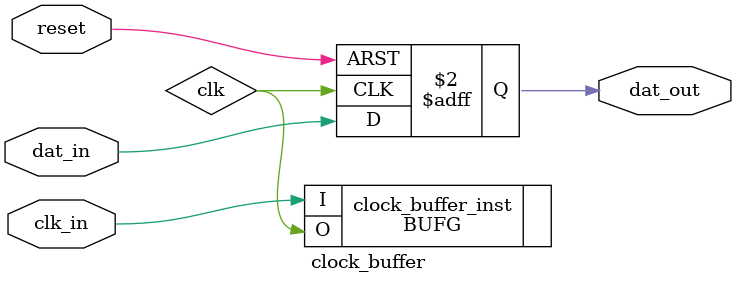
<source format=v>
module clock_buffer ( clk_in, reset, dat_in, dat_out);
	input clk_in, reset, dat_in;
	output dat_out;

	wire clk;
	reg dat_out;

	BUFG clock_buffer_inst (.I(clk_in), .O(clk));

	always @(posedge clk or posedge reset)
		begin
			if(reset)	dat_out <= 1'b0;
			else			dat_out <= dat_in;
		end

endmodule

</source>
